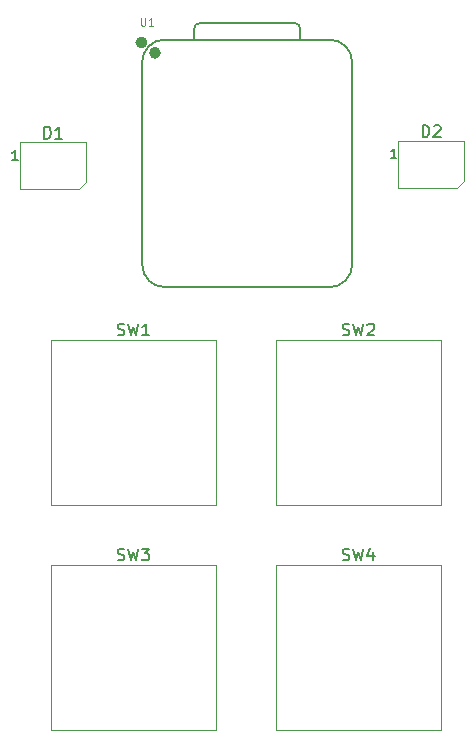
<source format=gbr>
%TF.GenerationSoftware,KiCad,Pcbnew,9.0.6*%
%TF.CreationDate,2025-12-01T23:19:03-05:00*%
%TF.ProjectId,project,70726f6a-6563-4742-9e6b-696361645f70,rev?*%
%TF.SameCoordinates,Original*%
%TF.FileFunction,Legend,Top*%
%TF.FilePolarity,Positive*%
%FSLAX46Y46*%
G04 Gerber Fmt 4.6, Leading zero omitted, Abs format (unit mm)*
G04 Created by KiCad (PCBNEW 9.0.6) date 2025-12-01 23:19:03*
%MOMM*%
%LPD*%
G01*
G04 APERTURE LIST*
%ADD10C,0.150000*%
%ADD11C,0.101600*%
%ADD12C,0.120000*%
%ADD13C,0.127000*%
%ADD14C,0.100000*%
%ADD15C,0.504000*%
G04 APERTURE END LIST*
D10*
X134397917Y-78258200D02*
X134540774Y-78305819D01*
X134540774Y-78305819D02*
X134778869Y-78305819D01*
X134778869Y-78305819D02*
X134874107Y-78258200D01*
X134874107Y-78258200D02*
X134921726Y-78210580D01*
X134921726Y-78210580D02*
X134969345Y-78115342D01*
X134969345Y-78115342D02*
X134969345Y-78020104D01*
X134969345Y-78020104D02*
X134921726Y-77924866D01*
X134921726Y-77924866D02*
X134874107Y-77877247D01*
X134874107Y-77877247D02*
X134778869Y-77829628D01*
X134778869Y-77829628D02*
X134588393Y-77782009D01*
X134588393Y-77782009D02*
X134493155Y-77734390D01*
X134493155Y-77734390D02*
X134445536Y-77686771D01*
X134445536Y-77686771D02*
X134397917Y-77591533D01*
X134397917Y-77591533D02*
X134397917Y-77496295D01*
X134397917Y-77496295D02*
X134445536Y-77401057D01*
X134445536Y-77401057D02*
X134493155Y-77353438D01*
X134493155Y-77353438D02*
X134588393Y-77305819D01*
X134588393Y-77305819D02*
X134826488Y-77305819D01*
X134826488Y-77305819D02*
X134969345Y-77353438D01*
X135302679Y-77305819D02*
X135540774Y-78305819D01*
X135540774Y-78305819D02*
X135731250Y-77591533D01*
X135731250Y-77591533D02*
X135921726Y-78305819D01*
X135921726Y-78305819D02*
X136159822Y-77305819D01*
X136969345Y-77639152D02*
X136969345Y-78305819D01*
X136731250Y-77258200D02*
X136493155Y-77972485D01*
X136493155Y-77972485D02*
X137112202Y-77972485D01*
X109111905Y-42599819D02*
X109111905Y-41599819D01*
X109111905Y-41599819D02*
X109350000Y-41599819D01*
X109350000Y-41599819D02*
X109492857Y-41647438D01*
X109492857Y-41647438D02*
X109588095Y-41742676D01*
X109588095Y-41742676D02*
X109635714Y-41837914D01*
X109635714Y-41837914D02*
X109683333Y-42028390D01*
X109683333Y-42028390D02*
X109683333Y-42171247D01*
X109683333Y-42171247D02*
X109635714Y-42361723D01*
X109635714Y-42361723D02*
X109588095Y-42456961D01*
X109588095Y-42456961D02*
X109492857Y-42552200D01*
X109492857Y-42552200D02*
X109350000Y-42599819D01*
X109350000Y-42599819D02*
X109111905Y-42599819D01*
X110635714Y-42599819D02*
X110064286Y-42599819D01*
X110350000Y-42599819D02*
X110350000Y-41599819D01*
X110350000Y-41599819D02*
X110254762Y-41742676D01*
X110254762Y-41742676D02*
X110159524Y-41837914D01*
X110159524Y-41837914D02*
X110064286Y-41885533D01*
X106878571Y-44382295D02*
X106421428Y-44382295D01*
X106650000Y-44382295D02*
X106650000Y-43582295D01*
X106650000Y-43582295D02*
X106573809Y-43696580D01*
X106573809Y-43696580D02*
X106497619Y-43772771D01*
X106497619Y-43772771D02*
X106421428Y-43810866D01*
X141171905Y-42479819D02*
X141171905Y-41479819D01*
X141171905Y-41479819D02*
X141410000Y-41479819D01*
X141410000Y-41479819D02*
X141552857Y-41527438D01*
X141552857Y-41527438D02*
X141648095Y-41622676D01*
X141648095Y-41622676D02*
X141695714Y-41717914D01*
X141695714Y-41717914D02*
X141743333Y-41908390D01*
X141743333Y-41908390D02*
X141743333Y-42051247D01*
X141743333Y-42051247D02*
X141695714Y-42241723D01*
X141695714Y-42241723D02*
X141648095Y-42336961D01*
X141648095Y-42336961D02*
X141552857Y-42432200D01*
X141552857Y-42432200D02*
X141410000Y-42479819D01*
X141410000Y-42479819D02*
X141171905Y-42479819D01*
X142124286Y-41575057D02*
X142171905Y-41527438D01*
X142171905Y-41527438D02*
X142267143Y-41479819D01*
X142267143Y-41479819D02*
X142505238Y-41479819D01*
X142505238Y-41479819D02*
X142600476Y-41527438D01*
X142600476Y-41527438D02*
X142648095Y-41575057D01*
X142648095Y-41575057D02*
X142695714Y-41670295D01*
X142695714Y-41670295D02*
X142695714Y-41765533D01*
X142695714Y-41765533D02*
X142648095Y-41908390D01*
X142648095Y-41908390D02*
X142076667Y-42479819D01*
X142076667Y-42479819D02*
X142695714Y-42479819D01*
X138938571Y-44262295D02*
X138481428Y-44262295D01*
X138710000Y-44262295D02*
X138710000Y-43462295D01*
X138710000Y-43462295D02*
X138633809Y-43576580D01*
X138633809Y-43576580D02*
X138557619Y-43652771D01*
X138557619Y-43652771D02*
X138481428Y-43690866D01*
X115347917Y-78258200D02*
X115490774Y-78305819D01*
X115490774Y-78305819D02*
X115728869Y-78305819D01*
X115728869Y-78305819D02*
X115824107Y-78258200D01*
X115824107Y-78258200D02*
X115871726Y-78210580D01*
X115871726Y-78210580D02*
X115919345Y-78115342D01*
X115919345Y-78115342D02*
X115919345Y-78020104D01*
X115919345Y-78020104D02*
X115871726Y-77924866D01*
X115871726Y-77924866D02*
X115824107Y-77877247D01*
X115824107Y-77877247D02*
X115728869Y-77829628D01*
X115728869Y-77829628D02*
X115538393Y-77782009D01*
X115538393Y-77782009D02*
X115443155Y-77734390D01*
X115443155Y-77734390D02*
X115395536Y-77686771D01*
X115395536Y-77686771D02*
X115347917Y-77591533D01*
X115347917Y-77591533D02*
X115347917Y-77496295D01*
X115347917Y-77496295D02*
X115395536Y-77401057D01*
X115395536Y-77401057D02*
X115443155Y-77353438D01*
X115443155Y-77353438D02*
X115538393Y-77305819D01*
X115538393Y-77305819D02*
X115776488Y-77305819D01*
X115776488Y-77305819D02*
X115919345Y-77353438D01*
X116252679Y-77305819D02*
X116490774Y-78305819D01*
X116490774Y-78305819D02*
X116681250Y-77591533D01*
X116681250Y-77591533D02*
X116871726Y-78305819D01*
X116871726Y-78305819D02*
X117109822Y-77305819D01*
X117395536Y-77305819D02*
X118014583Y-77305819D01*
X118014583Y-77305819D02*
X117681250Y-77686771D01*
X117681250Y-77686771D02*
X117824107Y-77686771D01*
X117824107Y-77686771D02*
X117919345Y-77734390D01*
X117919345Y-77734390D02*
X117966964Y-77782009D01*
X117966964Y-77782009D02*
X118014583Y-77877247D01*
X118014583Y-77877247D02*
X118014583Y-78115342D01*
X118014583Y-78115342D02*
X117966964Y-78210580D01*
X117966964Y-78210580D02*
X117919345Y-78258200D01*
X117919345Y-78258200D02*
X117824107Y-78305819D01*
X117824107Y-78305819D02*
X117538393Y-78305819D01*
X117538393Y-78305819D02*
X117443155Y-78258200D01*
X117443155Y-78258200D02*
X117395536Y-78210580D01*
X115347917Y-59208200D02*
X115490774Y-59255819D01*
X115490774Y-59255819D02*
X115728869Y-59255819D01*
X115728869Y-59255819D02*
X115824107Y-59208200D01*
X115824107Y-59208200D02*
X115871726Y-59160580D01*
X115871726Y-59160580D02*
X115919345Y-59065342D01*
X115919345Y-59065342D02*
X115919345Y-58970104D01*
X115919345Y-58970104D02*
X115871726Y-58874866D01*
X115871726Y-58874866D02*
X115824107Y-58827247D01*
X115824107Y-58827247D02*
X115728869Y-58779628D01*
X115728869Y-58779628D02*
X115538393Y-58732009D01*
X115538393Y-58732009D02*
X115443155Y-58684390D01*
X115443155Y-58684390D02*
X115395536Y-58636771D01*
X115395536Y-58636771D02*
X115347917Y-58541533D01*
X115347917Y-58541533D02*
X115347917Y-58446295D01*
X115347917Y-58446295D02*
X115395536Y-58351057D01*
X115395536Y-58351057D02*
X115443155Y-58303438D01*
X115443155Y-58303438D02*
X115538393Y-58255819D01*
X115538393Y-58255819D02*
X115776488Y-58255819D01*
X115776488Y-58255819D02*
X115919345Y-58303438D01*
X116252679Y-58255819D02*
X116490774Y-59255819D01*
X116490774Y-59255819D02*
X116681250Y-58541533D01*
X116681250Y-58541533D02*
X116871726Y-59255819D01*
X116871726Y-59255819D02*
X117109822Y-58255819D01*
X118014583Y-59255819D02*
X117443155Y-59255819D01*
X117728869Y-59255819D02*
X117728869Y-58255819D01*
X117728869Y-58255819D02*
X117633631Y-58398676D01*
X117633631Y-58398676D02*
X117538393Y-58493914D01*
X117538393Y-58493914D02*
X117443155Y-58541533D01*
X134397917Y-59208200D02*
X134540774Y-59255819D01*
X134540774Y-59255819D02*
X134778869Y-59255819D01*
X134778869Y-59255819D02*
X134874107Y-59208200D01*
X134874107Y-59208200D02*
X134921726Y-59160580D01*
X134921726Y-59160580D02*
X134969345Y-59065342D01*
X134969345Y-59065342D02*
X134969345Y-58970104D01*
X134969345Y-58970104D02*
X134921726Y-58874866D01*
X134921726Y-58874866D02*
X134874107Y-58827247D01*
X134874107Y-58827247D02*
X134778869Y-58779628D01*
X134778869Y-58779628D02*
X134588393Y-58732009D01*
X134588393Y-58732009D02*
X134493155Y-58684390D01*
X134493155Y-58684390D02*
X134445536Y-58636771D01*
X134445536Y-58636771D02*
X134397917Y-58541533D01*
X134397917Y-58541533D02*
X134397917Y-58446295D01*
X134397917Y-58446295D02*
X134445536Y-58351057D01*
X134445536Y-58351057D02*
X134493155Y-58303438D01*
X134493155Y-58303438D02*
X134588393Y-58255819D01*
X134588393Y-58255819D02*
X134826488Y-58255819D01*
X134826488Y-58255819D02*
X134969345Y-58303438D01*
X135302679Y-58255819D02*
X135540774Y-59255819D01*
X135540774Y-59255819D02*
X135731250Y-58541533D01*
X135731250Y-58541533D02*
X135921726Y-59255819D01*
X135921726Y-59255819D02*
X136159822Y-58255819D01*
X136493155Y-58351057D02*
X136540774Y-58303438D01*
X136540774Y-58303438D02*
X136636012Y-58255819D01*
X136636012Y-58255819D02*
X136874107Y-58255819D01*
X136874107Y-58255819D02*
X136969345Y-58303438D01*
X136969345Y-58303438D02*
X137016964Y-58351057D01*
X137016964Y-58351057D02*
X137064583Y-58446295D01*
X137064583Y-58446295D02*
X137064583Y-58541533D01*
X137064583Y-58541533D02*
X137016964Y-58684390D01*
X137016964Y-58684390D02*
X136445536Y-59255819D01*
X136445536Y-59255819D02*
X137064583Y-59255819D01*
D11*
X117326190Y-32413479D02*
X117326190Y-32927526D01*
X117326190Y-32927526D02*
X117356428Y-32988002D01*
X117356428Y-32988002D02*
X117386666Y-33018241D01*
X117386666Y-33018241D02*
X117447142Y-33048479D01*
X117447142Y-33048479D02*
X117568095Y-33048479D01*
X117568095Y-33048479D02*
X117628571Y-33018241D01*
X117628571Y-33018241D02*
X117658809Y-32988002D01*
X117658809Y-32988002D02*
X117689047Y-32927526D01*
X117689047Y-32927526D02*
X117689047Y-32413479D01*
X118324047Y-33048479D02*
X117961190Y-33048479D01*
X118142618Y-33048479D02*
X118142618Y-32413479D01*
X118142618Y-32413479D02*
X118082142Y-32504193D01*
X118082142Y-32504193D02*
X118021666Y-32564669D01*
X118021666Y-32564669D02*
X117961190Y-32594907D01*
D12*
%TO.C,SW4*%
X128746250Y-78740000D02*
X142716250Y-78740000D01*
X128746250Y-92710000D02*
X128746250Y-78740000D01*
X142716250Y-78740000D02*
X142716250Y-92710000D01*
X142716250Y-92710000D02*
X128746250Y-92710000D01*
%TO.C,D1*%
X107050000Y-42895000D02*
X107050000Y-46895000D01*
X107050000Y-42895000D02*
X112650000Y-42895000D01*
X107050000Y-46895000D02*
X112050000Y-46895000D01*
X112650000Y-46295000D02*
X112050000Y-46895000D01*
X112650000Y-46295000D02*
X112650000Y-42895000D01*
%TO.C,D2*%
X139110000Y-42775000D02*
X139110000Y-46775000D01*
X139110000Y-42775000D02*
X144710000Y-42775000D01*
X139110000Y-46775000D02*
X144110000Y-46775000D01*
X144710000Y-46175000D02*
X144110000Y-46775000D01*
X144710000Y-46175000D02*
X144710000Y-42775000D01*
%TO.C,SW3*%
X109696250Y-78740000D02*
X123666250Y-78740000D01*
X109696250Y-92710000D02*
X109696250Y-78740000D01*
X123666250Y-78740000D02*
X123666250Y-92710000D01*
X123666250Y-92710000D02*
X109696250Y-92710000D01*
%TO.C,SW1*%
X109696250Y-59690000D02*
X123666250Y-59690000D01*
X109696250Y-73660000D02*
X109696250Y-59690000D01*
X123666250Y-59690000D02*
X123666250Y-73660000D01*
X123666250Y-73660000D02*
X109696250Y-73660000D01*
%TO.C,SW2*%
X128746250Y-59690000D02*
X142716250Y-59690000D01*
X128746250Y-73660000D02*
X128746250Y-59690000D01*
X142716250Y-59690000D02*
X142716250Y-73660000D01*
X142716250Y-73660000D02*
X128746250Y-73660000D01*
D13*
%TO.C,U1*%
X117420000Y-53269000D02*
X117420000Y-36124000D01*
X119325000Y-55174000D02*
X133295000Y-55174000D01*
X121815000Y-34219000D02*
X121818728Y-33308728D01*
X122318728Y-32809000D02*
X130314000Y-32809000D01*
X130814000Y-33309000D02*
X130814000Y-34219000D01*
D14*
X133295000Y-34219000D02*
X119325000Y-34219000D01*
D13*
X133295000Y-34219000D02*
X119325000Y-34219000D01*
X135200000Y-53269000D02*
X135200000Y-36124000D01*
X117420000Y-36124000D02*
G75*
G02*
X119325000Y-34219000I1905001J-1D01*
G01*
X119325000Y-55174000D02*
G75*
G02*
X117420000Y-53269000I1J1905001D01*
G01*
X121818728Y-33308728D02*
G75*
G02*
X122318728Y-32809001I500018J-291D01*
G01*
X130314000Y-32809000D02*
G75*
G02*
X130814000Y-33309000I0J-500000D01*
G01*
X133295000Y-34219000D02*
G75*
G02*
X135200000Y-36124000I0J-1905000D01*
G01*
X135200000Y-53269000D02*
G75*
G02*
X133295000Y-55174000I-1905000J0D01*
G01*
D15*
X117612000Y-34460000D02*
G75*
G02*
X117108000Y-34460000I-252000J0D01*
G01*
X117108000Y-34460000D02*
G75*
G02*
X117612000Y-34460000I252000J0D01*
G01*
X118755000Y-35340000D02*
G75*
G02*
X118251000Y-35340000I-252000J0D01*
G01*
X118251000Y-35340000D02*
G75*
G02*
X118755000Y-35340000I252000J0D01*
G01*
%TD*%
M02*

</source>
